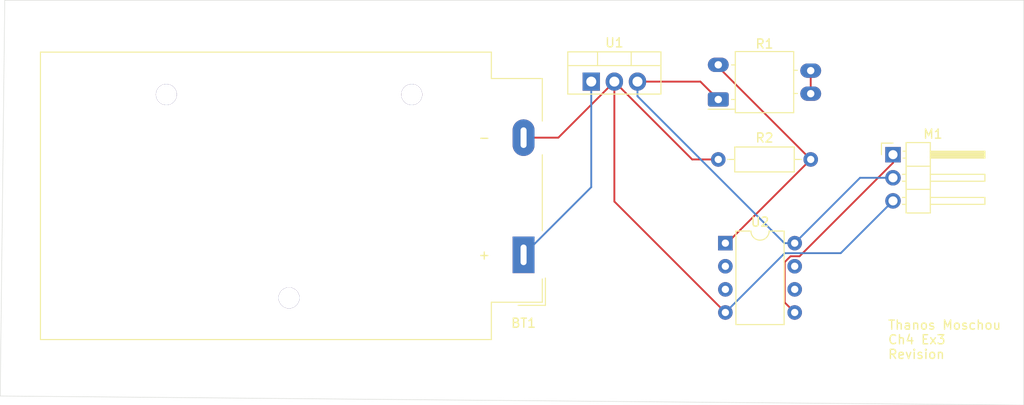
<source format=kicad_pcb>
(kicad_pcb (version 20240108) (generator "pcbnew") (generator_version "8.0")
  (layers (0 "F.Cu" signal) (31 "B.Cu" signal) (34 "B.Paste" user) (35 "F.Paste" user) (36 "B.SilkS" user "B.Silkscreen") (37 "F.SilkS" user "F.Silkscreen") (38 "B.Mask" user) (39 "F.Mask" user) (44 "Edge.Cuts" user))
  (net 0 "")
  (net 1 "GND")
  (net 2 "VCC")
  (net 3 "/5V Current")
  (net 4 "/Photoresistor Input")
  (net 7 "Net-(M1-PWM)")
  (footprint "Battery:BatteryHolder_MPD_BA9VPC_1xPP3" (layer "F.Cu") (at 119.02 94.985 180)
    (property "Reference" "BT1" (at 0 -7.5 360) (layer "F.SilkS"))
    (property "Value" "9V")
    (fp_line (start 53.1 22.28) (end 53.1 -9.31) (stroke (width 0.12)) (layer "F.SilkS"))
    (fp_line (start 53.1 22.28) (end 3.54 22.28) (stroke (width 0.12)) (layer "F.SilkS"))
    (fp_line (start 53.1 -9.31) (end 3.54 -9.31) (stroke (width 0.12)) (layer "F.SilkS"))
    (fp_line (start 3.54 22.28) (end 3.54 19.38) (stroke (width 0.12)) (layer "F.SilkS"))
    (fp_line (start 3.54 19.38) (end -2.06 19.38) (stroke (width 0.12)) (layer "F.SilkS"))
    (fp_line (start 3.54 -5.21) (end -2.06 -5.21) (stroke (width 0.12)) (layer "F.SilkS"))
    (fp_line (start 3.54 -9.31) (end 3.54 -5.21) (stroke (width 0.12)) (layer "F.SilkS"))
    (fp_line (start -2.06 19.38) (end -2.06 14.7) (stroke (width 0.12)) (layer "F.SilkS"))
    (fp_line (start -2.06 2.65) (end -2.06 11) (stroke (width 0.12)) (layer "F.SilkS"))
    (fp_line (start -2.06 -5.21) (end -2.06 -2.65) (stroke (width 0.12)) (layer "F.SilkS"))
    (fp_line (start -2.4 -5.55) (end 0.6 -5.55) (stroke (width 0.12)) (layer "F.SilkS"))
    (fp_line (start -2.4 -5.55) (end -2.4 -2.55) (stroke (width 0.12)) (layer "F.SilkS"))
    (fp_text user "+" (at 3.6 0 360) (layer "F.SilkS") (effects (justify right)))
    (fp_text user "-" (at 3.6 12.88 360) (layer "F.SilkS") (effects (justify right)))
    (pad "" np_thru_hole circle (at 12.29 17.62 180) (size 2.3 2.3) (drill 2.29) (layers "*.Cu" "*.Mask"))
    (pad "" np_thru_hole circle (at 25.78 -4.73 180) (size 2.3 2.3) (drill 2.29) (layers "*.Cu" "*.Mask"))
    (pad "" np_thru_hole circle (at 39.26 17.62 180) (size 2.3 2.3) (drill 2.29) (layers "*.Cu" "*.Mask"))
    (pad "1" thru_hole rect (at 0 0 180) (size 2.41 4.02) (drill oval 0.66 2.27) (layers "*.Cu" "*.Mask") (net 2 "VCC"))
    (pad "2" thru_hole oval (at 0 12.88 180) (size 2.41 4.02) (drill oval 0.66 2.27) (layers "*.Cu" "*.Mask") (net 1 "GND"))
  )
  (footprint "Connector_PinHeader_2.54mm:PinHeader_1x03_P2.54mm_Horizontal" (layer "F.Cu") (at 159.625 83.975)
    (property "Reference" "M1" (at 4.385 -2.27 0) (layer "F.SilkS"))
    (property "Value" "Motor_Servo")
    (fp_line (start -1.27 -1.27) (end 0 -1.27) (stroke (width 0.12)) (layer "F.SilkS"))
    (fp_line (start -1.27 0) (end -1.27 -1.27) (stroke (width 0.12)) (layer "F.SilkS"))
    (fp_line (start 1.042929 2.16) (end 1.44 2.16) (stroke (width 0.12)) (layer "F.SilkS"))
    (fp_line (start 1.042929 2.92) (end 1.44 2.92) (stroke (width 0.12)) (layer "F.SilkS"))
    (fp_line (start 1.042929 4.7) (end 1.44 4.7) (stroke (width 0.12)) (layer "F.SilkS"))
    (fp_line (start 1.042929 5.46) (end 1.44 5.46) (stroke (width 0.12)) (layer "F.SilkS"))
    (fp_line (start 1.11 -0.38) (end 1.44 -0.38) (stroke (width 0.12)) (layer "F.SilkS"))
    (fp_line (start 1.11 0.38) (end 1.44 0.38) (stroke (width 0.12)) (layer "F.SilkS"))
    (fp_line (start 1.44 -1.33) (end 1.44 6.41) (stroke (width 0.12)) (layer "F.SilkS"))
    (fp_line (start 1.44 1.27) (end 4.1 1.27) (stroke (width 0.12)) (layer "F.SilkS"))
    (fp_line (start 1.44 3.81) (end 4.1 3.81) (stroke (width 0.12)) (layer "F.SilkS"))
    (fp_line (start 1.44 6.41) (end 4.1 6.41) (stroke (width 0.12)) (layer "F.SilkS"))
    (fp_line (start 4.1 -1.33) (end 1.44 -1.33) (stroke (width 0.12)) (layer "F.SilkS"))
    (fp_line (start 4.1 -0.38) (end 10.1 -0.38) (stroke (width 0.12)) (layer "F.SilkS"))
    (fp_line (start 4.1 -0.32) (end 10.1 -0.32) (stroke (width 0.12)) (layer "F.SilkS"))
    (fp_line (start 4.1 -0.2) (end 10.1 -0.2) (stroke (width 0.12)) (layer "F.SilkS"))
    (fp_line (start 4.1 -0.08) (end 10.1 -0.08) (stroke (width 0.12)) (layer "F.SilkS"))
    (fp_line (start 4.1 0.04) (end 10.1 0.04) (stroke (width 0.12)) (layer "F.SilkS"))
    (fp_line (start 4.1 0.16) (end 10.1 0.16) (stroke (width 0.12)) (layer "F.SilkS"))
    (fp_line (start 4.1 0.28) (end 10.1 0.28) (stroke (width 0.12)) (layer "F.SilkS"))
    (fp_line (start 4.1 2.16) (end 10.1 2.16) (stroke (width 0.12)) (layer "F.SilkS"))
    (fp_line (start 4.1 4.7) (end 10.1 4.7) (stroke (width 0.12)) (layer "F.SilkS"))
    (fp_line (start 4.1 6.41) (end 4.1 -1.33) (stroke (width 0.12)) (layer "F.SilkS"))
    (fp_line (start 10.1 -0.38) (end 10.1 0.38) (stroke (width 0.12)) (layer "F.SilkS"))
    (fp_line (start 10.1 0.38) (end 4.1 0.38) (stroke (width 0.12)) (layer "F.SilkS"))
    (fp_line (start 10.1 2.16) (end 10.1 2.92) (stroke (width 0.12)) (layer "F.SilkS"))
    (fp_line (start 10.1 2.92) (end 4.1 2.92) (stroke (width 0.12)) (layer "F.SilkS"))
    (fp_line (start 10.1 4.7) (end 10.1 5.46) (stroke (width 0.12)) (layer "F.SilkS"))
    (fp_line (start 10.1 5.46) (end 4.1 5.46) (stroke (width 0.12)) (layer "F.SilkS"))
    (pad "1" thru_hole rect (at 0 0) (size 1.7 1.7) (drill 1) (layers "*.Cu" "*.Mask") (net 7 "Net-(M1-PWM)"))
    (pad "2" thru_hole oval (at 0 2.54) (size 1.7 1.7) (drill 1) (layers "*.Cu" "*.Mask") (net 3 "/5V Current"))
    (pad "3" thru_hole oval (at 0 5.08) (size 1.7 1.7) (drill 1) (layers "*.Cu" "*.Mask") (net 1 "GND"))
  )
  (footprint "Package_TO_SOT_THT:TO-220-3_Vertical" (layer "F.Cu") (at 126.46 75.945)
    (property "Reference" "U1" (at 2.54 -4.27 0) (layer "F.SilkS"))
    (property "Value" "LM7805_TO220")
    (fp_line (start -2.58 -3.27) (end -2.58 1.371) (stroke (width 0.12)) (layer "F.SilkS"))
    (fp_line (start -2.58 -3.27) (end 7.66 -3.27) (stroke (width 0.12)) (layer "F.SilkS"))
    (fp_line (start -2.58 -1.76) (end 7.66 -1.76) (stroke (width 0.12)) (layer "F.SilkS"))
    (fp_line (start -2.58 1.371) (end 7.66 1.371) (stroke (width 0.12)) (layer "F.SilkS"))
    (fp_line (start 0.69 -3.27) (end 0.69 -1.76) (stroke (width 0.12)) (layer "F.SilkS"))
    (fp_line (start 4.391 -3.27) (end 4.391 -1.76) (stroke (width 0.12)) (layer "F.SilkS"))
    (fp_line (start 7.66 -3.27) (end 7.66 1.371) (stroke (width 0.12)) (layer "F.SilkS"))
    (pad "1" thru_hole rect (at 0 0) (size 1.905 2) (drill 1.1) (layers "*.Cu" "*.Mask") (net 2 "VCC"))
    (pad "2" thru_hole oval (at 2.54 0) (size 1.905 2) (drill 1.1) (layers "*.Cu" "*.Mask") (net 1 "GND"))
    (pad "3" thru_hole oval (at 5.08 0) (size 1.905 2) (drill 1.1) (layers "*.Cu" "*.Mask") (net 3 "/5V Current"))
  )
  (footprint "Resistor_THT:R_Axial_DIN0207_L6.3mm_D2.5mm_P10.16mm_Horizontal" (layer "F.Cu") (at 140.42 84.5)
    (property "Reference" "R2" (at 5.08 -2.37 0) (layer "F.SilkS"))
    (property "Value" "10K")
    (fp_line (start 1.04 0) (end 1.81 0) (stroke (width 0.12)) (layer "F.SilkS"))
    (fp_line (start 1.81 -1.37) (end 1.81 1.37) (stroke (width 0.12)) (layer "F.SilkS"))
    (fp_line (start 1.81 1.37) (end 8.35 1.37) (stroke (width 0.12)) (layer "F.SilkS"))
    (fp_line (start 8.35 -1.37) (end 1.81 -1.37) (stroke (width 0.12)) (layer "F.SilkS"))
    (fp_line (start 8.35 1.37) (end 8.35 -1.37) (stroke (width 0.12)) (layer "F.SilkS"))
    (fp_line (start 9.12 0) (end 8.35 0) (stroke (width 0.12)) (layer "F.SilkS"))
    (pad "1" thru_hole circle (at 0 0) (size 1.6 1.6) (drill 0.8) (layers "*.Cu" "*.Mask") (net 1 "GND"))
    (pad "2" thru_hole oval (at 10.16 0) (size 1.6 1.6) (drill 0.8) (layers "*.Cu" "*.Mask") (net 4 "/Photoresistor Input"))
  )
  (footprint "OptoDevice:Luna_NSL-32" (layer "F.Cu") (at 140.42 77.91)
    (property "Reference" "R1" (at 5.08 -6.11 180) (layer "F.SilkS"))
    (property "Value" "R_Photo")
    (fp_line (start -1.12 1.07) (end 1.87 1.07) (stroke (width 0.12)) (layer "F.SilkS"))
    (fp_line (start 1.46 -3.8) (end 1.87 -3.8) (stroke (width 0.12)) (layer "F.SilkS"))
    (fp_line (start 1.46 0) (end 1.87 0) (stroke (width 0.12)) (layer "F.SilkS"))
    (fp_line (start 1.87 -5.27) (end 8.29 -5.27) (stroke (width 0.12)) (layer "F.SilkS"))
    (fp_line (start 1.87 1.45) (end 1.87 -5.27) (stroke (width 0.12)) (layer "F.SilkS"))
    (fp_line (start 8.29 -5.27) (end 8.29 1.45) (stroke (width 0.12)) (layer "F.SilkS"))
    (fp_line (start 8.29 -3.21) (end 8.7 -3.21) (stroke (width 0.12)) (layer "F.SilkS"))
    (fp_line (start 8.29 -0.66) (end 8.7 -0.66) (stroke (width 0.12)) (layer "F.SilkS"))
    (fp_line (start 8.29 1.45) (end 1.87 1.45) (stroke (width 0.12)) (layer "F.SilkS"))
    (pad "1" thru_hole roundrect (at 0 0) (size 2.29 1.57) (drill 0.81) (layers "*.Cu" "*.Mask") (roundrect_rratio 0.159) (net 3 "/5V Current"))
    (pad "2" thru_hole oval (at 0 -3.81) (size 2.29 1.57) (drill 0.81) (layers "*.Cu" "*.Mask") (net 4 "/Photoresistor Input"))
    (pad "3" thru_hole oval (at 10.16 -3.17) (size 2.29 1.57) (drill 0.81) (layers "*.Cu" "*.Mask"))
    (pad "4" thru_hole oval (at 10.16 -0.64) (size 2.29 1.57) (drill 0.81) (layers "*.Cu" "*.Mask"))
  )
  (footprint "Package_DIP:DIP-8_W7.62mm" (layer "F.Cu") (at 141.2 93.7)
    (property "Reference" "U2" (at 3.81 -2.33 0) (layer "F.SilkS"))
    (property "Value" "ATtiny85-20P")
    (fp_line (start 1.16 -1.33) (end 1.16 8.95) (stroke (width 0.12)) (layer "F.SilkS"))
    (fp_line (start 1.16 8.95) (end 6.46 8.95) (stroke (width 0.12)) (layer "F.SilkS"))
    (fp_line (start 2.81 -1.33) (end 1.16 -1.33) (stroke (width 0.12)) (layer "F.SilkS"))
    (fp_line (start 6.46 -1.33) (end 4.81 -1.33) (stroke (width 0.12)) (layer "F.SilkS"))
    (fp_line (start 6.46 8.95) (end 6.46 -1.33) (stroke (width 0.12)) (layer "F.SilkS"))
    (fp_arc (start 4.81 -1.33) (mid 3.81 -0.33) (end 2.81 -1.33) (stroke (width 0.12)) (layer "F.SilkS"))
    (pad "1" thru_hole rect (at 0 0) (size 1.6 1.6) (drill 0.8) (layers "*.Cu" "*.Mask") (net 4 "/Photoresistor Input"))
    (pad "2" thru_hole oval (at 0 2.54) (size 1.6 1.6) (drill 0.8) (layers "*.Cu" "*.Mask"))
    (pad "3" thru_hole oval (at 0 5.08) (size 1.6 1.6) (drill 0.8) (layers "*.Cu" "*.Mask"))
    (pad "4" thru_hole oval (at 0 7.62) (size 1.6 1.6) (drill 0.8) (layers "*.Cu" "*.Mask") (net 1 "GND"))
    (pad "5" thru_hole oval (at 7.62 7.62) (size 1.6 1.6) (drill 0.8) (layers "*.Cu" "*.Mask") (net 7 "Net-(M1-PWM)"))
    (pad "6" thru_hole oval (at 7.62 5.08) (size 1.6 1.6) (drill 0.8) (layers "*.Cu" "*.Mask"))
    (pad "7" thru_hole oval (at 7.62 2.54) (size 1.6 1.6) (drill 0.8) (layers "*.Cu" "*.Mask"))
    (pad "8" thru_hole oval (at 7.62 0) (size 1.6 1.6) (drill 0.8) (layers "*.Cu" "*.Mask") (net 3 "/5V Current"))
  )
  (gr_poly (pts (xy 62 67) (xy 174 67) (xy 174 111.5) (xy 61.5 110.5)) (stroke (width 0.05)) (fill none) (layer "Edge.Cuts"))
  (gr_text "Thanos Moschou\nCh4 Ex3\nRevision" (at 159 106.5 0) (layer "F.SilkS") (effects (font (size 1 1)) (justify left bottom)))
  (segment (start 150.58 74.74) (end 150.58 77.27) (width 0.2) (layer "F.Cu") (net 0))
  (segment (start 122.84 82.105) (end 129 75.945) (width 0.2) (layer "F.Cu") (net 1))
  (segment (start 137.555 84.5) (end 129 75.945) (width 0.2) (layer "F.Cu") (net 1))
  (segment (start 140.42 84.5) (end 137.555 84.5) (width 0.2) (layer "F.Cu") (net 1))
  (segment (start 129 75.945) (end 129 89.12) (width 0.2) (layer "F.Cu") (net 1))
  (segment (start 119.02 82.105) (end 122.84 82.105) (width 0.2) (layer "F.Cu") (net 1))
  (segment (start 129 89.12) (end 141.2 101.32) (width 0.2) (layer "F.Cu") (net 1))
  (segment (start 159.625 89.055) (end 153.88 94.8) (width 0.2) (layer "B.Cu") (net 1))
  (segment (start 153.88 94.8) (end 147.72 94.8) (width 0.2) (layer "B.Cu") (net 1))
  (segment (start 147.72 94.8) (end 141.2 101.32) (width 0.2) (layer "B.Cu") (net 1))
  (segment (start 119.02 94.985) (end 126.46 87.545) (width 0.2) (layer "B.Cu") (net 2))
  (segment (start 126.46 87.545) (end 126.46 75.945) (width 0.2) (layer "B.Cu") (net 2))
  (segment (start 131.54 75.945) (end 138.455 75.945) (width 0.2) (layer "F.Cu") (net 3))
  (segment (start 138.455 75.945) (end 140.42 77.91) (width 0.2) (layer "F.Cu") (net 3))
  (segment (start 156.005 86.515) (end 148.82 93.7) (width 0.2) (layer "B.Cu") (net 3))
  (segment (start 159.625 86.515) (end 156.005 86.515) (width 0.2) (layer "B.Cu") (net 3))
  (segment (start 147.68863 93.7) (end 131.54 77.55137) (width 0.2) (layer "B.Cu") (net 3))
  (segment (start 148.82 93.7) (end 147.68863 93.7) (width 0.2) (layer "B.Cu") (net 3))
  (segment (start 131.54 77.55137) (end 131.54 75.945) (width 0.2) (layer "B.Cu") (net 3))
  (segment (start 150.58 84.5) (end 141.38 93.7) (width 0.2) (layer "F.Cu") (net 4))
  (segment (start 150.58 84.5) (end 140.42 74.34) (width 0.2) (layer "F.Cu") (net 4))
  (segment (start 140.42 74.34) (end 140.42 74.1) (width 0.2) (layer "F.Cu") (net 4))
  (segment (start 141.38 93.7) (end 141.2 93.7) (width 0.2) (layer "F.Cu") (net 4))
  (segment (start 147.72 100.22) (end 147.72 95.784365) (width 0.2) (layer "F.Cu") (net 7))
  (segment (start 147.72 95.784365) (end 148.364365 95.14) (width 0.2) (layer "F.Cu") (net 7))
  (segment (start 148.82 101.32) (end 147.72 100.22) (width 0.2) (layer "F.Cu") (net 7))
  (segment (start 148.364365 95.14) (end 149.36 95.14) (width 0.2) (layer "F.Cu") (net 7))
  (segment (start 149.36 95.14) (end 159.625 84.875) (width 0.2) (layer "F.Cu") (net 7))
  (segment (start 159.625 84.875) (end 159.625 83.975) (width 0.2) (layer "F.Cu") (net 7))
)
</source>
